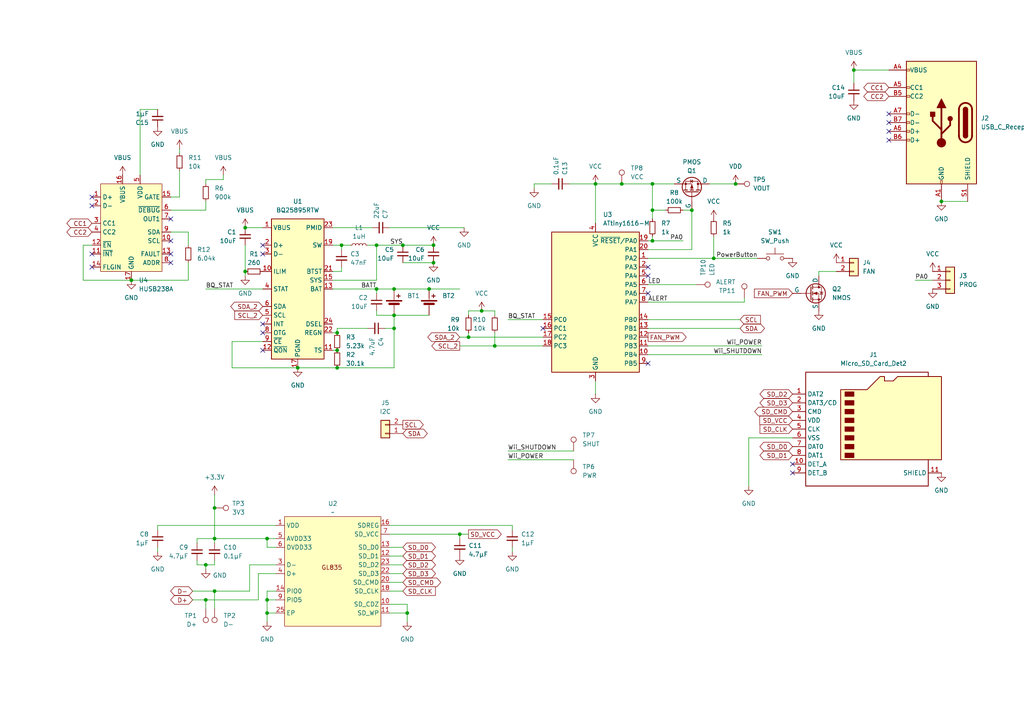
<source format=kicad_sch>
(kicad_sch (version 20250114) (generator "eeschema") (generator_version "9.0")
  (paper "A4")
  (junction (at 116.84 71.12))
  (junction (at 97.79 106.68))
  (junction (at 143.51 100.33))
  (junction (at 38.1 81.28))
  (junction (at 77.47 156.21))
  (junction (at 213.36 53.34))
  (junction (at 59.69 173.99))
  (junction (at 118.11 177.8))
  (junction (at 139.7 90.17))
  (junction (at 77.47 177.8))
  (junction (at 86.36 106.68))
  (junction (at 59.69 163.83))
  (junction (at 125.73 71.12))
  (junction (at 62.23 171.45))
  (junction (at 114.3 95.25))
  (junction (at 133.35 154.94))
  (junction (at 62.23 156.21))
  (junction (at 62.23 147.32))
  (junction (at 109.22 71.12))
  (junction (at 125.73 76.2))
  (junction (at 207.01 74.93))
  (junction (at 114.3 91.44))
  (junction (at 124.46 83.82))
  (junction (at 273.05 58.42))
  (junction (at 189.23 53.34))
  (junction (at 180.34 53.34))
  (junction (at 247.65 20.32))
  (junction (at 109.22 83.82))
  (junction (at 200.66 60.96))
  (junction (at 77.47 173.99))
  (junction (at 114.3 83.82))
  (junction (at 99.06 71.12))
  (junction (at 135.89 97.79))
  (junction (at 97.79 101.6))
  (junction (at 189.23 60.96))
  (junction (at 189.23 69.85))
  (junction (at 97.79 96.52))
  (junction (at 172.72 53.34))
  (junction (at 71.12 78.74))
  (junction (at 71.12 66.04))
  (no_connect (at 76.2 96.52))
  (no_connect (at 257.81 40.64))
  (no_connect (at 49.53 73.66))
  (no_connect (at 257.81 38.1))
  (no_connect (at 49.53 69.85))
  (no_connect (at 187.96 77.47))
  (no_connect (at 257.81 33.02))
  (no_connect (at 157.48 95.25))
  (no_connect (at 76.2 73.66))
  (no_connect (at 76.2 101.6))
  (no_connect (at 76.2 71.12))
  (no_connect (at 187.96 105.41))
  (no_connect (at 229.87 134.62))
  (no_connect (at 26.67 57.15))
  (no_connect (at 257.81 35.56))
  (no_connect (at 76.2 93.98))
  (no_connect (at 187.96 85.09))
  (no_connect (at 187.96 80.01))
  (no_connect (at 49.53 63.5))
  (no_connect (at 229.87 137.16))
  (no_connect (at 26.67 59.69))
  (no_connect (at 26.67 77.47))
  (no_connect (at 26.67 73.66))
  (no_connect (at 49.53 76.2))
  (wire (pts (xy 213.36 53.34) (xy 205.74 53.34)))
  (wire (pts (xy 116.84 171.45) (xy 113.03 171.45)))
  (wire (pts (xy 118.11 180.34) (xy 118.11 177.8)))
  (wire (pts (xy 207.01 74.93) (xy 219.71 74.93)))
  (wire (pts (xy 114.3 83.82) (xy 124.46 83.82)))
  (wire (pts (xy 154.94 54.61) (xy 154.94 53.34)))
  (wire (pts (xy 76.2 99.06) (xy 67.31 99.06)))
  (wire (pts (xy 187.96 69.85) (xy 189.23 69.85)))
  (wire (pts (xy 59.69 163.83) (xy 59.69 165.1)))
  (wire (pts (xy 59.69 58.42) (xy 59.69 60.96)))
  (wire (pts (xy 133.35 154.94) (xy 135.89 154.94)))
  (wire (pts (xy 74.93 166.37) (xy 80.01 166.37)))
  (wire (pts (xy 57.15 163.83) (xy 57.15 162.56)))
  (wire (pts (xy 55.88 171.45) (xy 62.23 171.45)))
  (wire (pts (xy 96.52 81.28) (xy 109.22 81.28)))
  (wire (pts (xy 143.51 90.17) (xy 143.51 91.44)))
  (wire (pts (xy 54.61 71.12) (xy 54.61 67.31)))
  (wire (pts (xy 86.36 106.68) (xy 97.79 106.68)))
  (wire (pts (xy 62.23 171.45) (xy 62.23 176.53)))
  (wire (pts (xy 62.23 157.48) (xy 62.23 156.21)))
  (wire (pts (xy 116.84 71.12) (xy 125.73 71.12)))
  (wire (pts (xy 187.96 95.25) (xy 214.63 95.25)))
  (wire (pts (xy 189.23 53.34) (xy 189.23 60.96)))
  (wire (pts (xy 139.7 90.17) (xy 143.51 90.17)))
  (wire (pts (xy 96.52 78.74) (xy 99.06 78.74)))
  (wire (pts (xy 62.23 162.56) (xy 62.23 163.83)))
  (wire (pts (xy 165.1 53.34) (xy 172.72 53.34)))
  (wire (pts (xy 80.01 177.8) (xy 77.47 177.8)))
  (wire (pts (xy 77.47 158.75) (xy 77.47 156.21)))
  (wire (pts (xy 215.9 87.63) (xy 215.9 86.36)))
  (wire (pts (xy 148.59 152.4) (xy 148.59 153.67)))
  (wire (pts (xy 24.13 81.28) (xy 38.1 81.28)))
  (wire (pts (xy 40.64 31.75) (xy 45.72 31.75)))
  (wire (pts (xy 147.32 92.71) (xy 157.48 92.71)))
  (wire (pts (xy 135.89 90.17) (xy 135.89 91.44)))
  (wire (pts (xy 189.23 69.85) (xy 198.12 69.85)))
  (wire (pts (xy 77.47 171.45) (xy 77.47 173.99)))
  (wire (pts (xy 118.11 175.26) (xy 113.03 175.26)))
  (wire (pts (xy 77.47 173.99) (xy 80.01 173.99)))
  (wire (pts (xy 215.9 87.63) (xy 187.96 87.63)))
  (wire (pts (xy 154.94 53.34) (xy 160.02 53.34)))
  (wire (pts (xy 64.77 52.07) (xy 59.69 52.07)))
  (wire (pts (xy 97.79 101.6) (xy 96.52 101.6)))
  (wire (pts (xy 97.79 95.25) (xy 97.79 96.52)))
  (wire (pts (xy 64.77 52.07) (xy 64.77 50.8)))
  (wire (pts (xy 99.06 71.12) (xy 96.52 71.12)))
  (wire (pts (xy 189.23 68.58) (xy 189.23 69.85)))
  (wire (pts (xy 106.68 95.25) (xy 97.79 95.25)))
  (wire (pts (xy 52.07 57.15) (xy 49.53 57.15)))
  (wire (pts (xy 80.01 171.45) (xy 77.47 171.45)))
  (wire (pts (xy 114.3 91.44) (xy 114.3 95.25)))
  (wire (pts (xy 71.12 66.04) (xy 76.2 66.04)))
  (wire (pts (xy 116.84 158.75) (xy 113.03 158.75)))
  (wire (pts (xy 200.66 60.96) (xy 200.66 72.39)))
  (wire (pts (xy 77.47 173.99) (xy 77.47 177.8)))
  (wire (pts (xy 99.06 78.74) (xy 99.06 77.47)))
  (wire (pts (xy 113.03 152.4) (xy 148.59 152.4)))
  (wire (pts (xy 229.87 127) (xy 217.17 127)))
  (wire (pts (xy 135.89 90.17) (xy 139.7 90.17)))
  (wire (pts (xy 114.3 91.44) (xy 124.46 91.44)))
  (wire (pts (xy 59.69 60.96) (xy 49.53 60.96)))
  (wire (pts (xy 62.23 147.32) (xy 62.23 156.21)))
  (wire (pts (xy 200.66 72.39) (xy 187.96 72.39)))
  (wire (pts (xy 59.69 173.99) (xy 59.69 176.53)))
  (wire (pts (xy 74.93 173.99) (xy 74.93 166.37)))
  (wire (pts (xy 198.12 60.96) (xy 200.66 60.96)))
  (wire (pts (xy 96.52 66.04) (xy 107.95 66.04)))
  (wire (pts (xy 109.22 90.17) (xy 109.22 91.44)))
  (wire (pts (xy 237.49 78.74) (xy 237.49 80.01)))
  (wire (pts (xy 265.43 81.28) (xy 270.51 81.28)))
  (wire (pts (xy 106.68 71.12) (xy 109.22 71.12)))
  (wire (pts (xy 57.15 157.48) (xy 57.15 156.21)))
  (wire (pts (xy 116.84 163.83) (xy 113.03 163.83)))
  (wire (pts (xy 77.47 177.8) (xy 77.47 180.34)))
  (wire (pts (xy 189.23 60.96) (xy 189.23 63.5)))
  (wire (pts (xy 247.65 20.32) (xy 257.81 20.32)))
  (wire (pts (xy 135.89 97.79) (xy 157.48 97.79)))
  (wire (pts (xy 114.3 95.25) (xy 114.3 106.68)))
  (wire (pts (xy 109.22 83.82) (xy 114.3 83.82)))
  (wire (pts (xy 67.31 106.68) (xy 86.36 106.68)))
  (wire (pts (xy 97.79 106.68) (xy 114.3 106.68)))
  (wire (pts (xy 113.03 154.94) (xy 133.35 154.94)))
  (wire (pts (xy 187.96 74.93) (xy 207.01 74.93)))
  (wire (pts (xy 187.96 100.33) (xy 220.98 100.33)))
  (wire (pts (xy 172.72 53.34) (xy 180.34 53.34)))
  (wire (pts (xy 111.76 95.25) (xy 114.3 95.25)))
  (wire (pts (xy 189.23 53.34) (xy 195.58 53.34)))
  (wire (pts (xy 116.84 168.91) (xy 113.03 168.91)))
  (wire (pts (xy 71.12 80.01) (xy 71.12 78.74)))
  (wire (pts (xy 67.31 99.06) (xy 67.31 106.68)))
  (wire (pts (xy 54.61 76.2) (xy 54.61 81.28)))
  (wire (pts (xy 114.3 91.44) (xy 109.22 91.44)))
  (wire (pts (xy 71.12 78.74) (xy 71.12 71.12)))
  (wire (pts (xy 24.13 71.12) (xy 24.13 81.28)))
  (wire (pts (xy 45.72 160.02) (xy 45.72 158.75)))
  (wire (pts (xy 116.84 166.37) (xy 113.03 166.37)))
  (wire (pts (xy 52.07 49.53) (xy 52.07 57.15)))
  (wire (pts (xy 133.35 100.33) (xy 143.51 100.33)))
  (wire (pts (xy 55.88 173.99) (xy 59.69 173.99)))
  (wire (pts (xy 45.72 153.67) (xy 45.72 152.4)))
  (wire (pts (xy 72.39 171.45) (xy 72.39 163.83)))
  (wire (pts (xy 38.1 81.28) (xy 54.61 81.28)))
  (wire (pts (xy 62.23 163.83) (xy 59.69 163.83)))
  (wire (pts (xy 109.22 71.12) (xy 116.84 71.12)))
  (wire (pts (xy 187.96 82.55) (xy 201.93 82.55)))
  (wire (pts (xy 59.69 173.99) (xy 74.93 173.99)))
  (wire (pts (xy 113.03 177.8) (xy 118.11 177.8)))
  (wire (pts (xy 143.51 100.33) (xy 157.48 100.33)))
  (wire (pts (xy 62.23 143.51) (xy 62.23 147.32)))
  (wire (pts (xy 99.06 72.39) (xy 99.06 71.12)))
  (wire (pts (xy 45.72 152.4) (xy 80.01 152.4)))
  (wire (pts (xy 124.46 83.82) (xy 133.35 83.82)))
  (wire (pts (xy 109.22 85.09) (xy 109.22 83.82)))
  (wire (pts (xy 242.57 78.74) (xy 237.49 78.74)))
  (wire (pts (xy 62.23 156.21) (xy 77.47 156.21)))
  (wire (pts (xy 26.67 71.12) (xy 24.13 71.12)))
  (wire (pts (xy 247.65 24.13) (xy 247.65 20.32)))
  (wire (pts (xy 217.17 127) (xy 217.17 140.97)))
  (wire (pts (xy 59.69 83.82) (xy 76.2 83.82)))
  (wire (pts (xy 134.62 66.04) (xy 113.03 66.04)))
  (wire (pts (xy 101.6 71.12) (xy 99.06 71.12)))
  (wire (pts (xy 172.72 110.49) (xy 172.72 114.3)))
  (wire (pts (xy 80.01 158.75) (xy 77.47 158.75)))
  (wire (pts (xy 133.35 154.94) (xy 133.35 156.21)))
  (wire (pts (xy 40.64 31.75) (xy 40.64 50.8)))
  (wire (pts (xy 116.84 76.2) (xy 125.73 76.2)))
  (wire (pts (xy 57.15 156.21) (xy 62.23 156.21)))
  (wire (pts (xy 72.39 163.83) (xy 80.01 163.83)))
  (wire (pts (xy 133.35 97.79) (xy 135.89 97.79)))
  (wire (pts (xy 96.52 83.82) (xy 109.22 83.82)))
  (wire (pts (xy 77.47 156.21) (xy 80.01 156.21)))
  (wire (pts (xy 143.51 96.52) (xy 143.51 100.33)))
  (wire (pts (xy 273.05 58.42) (xy 280.67 58.42)))
  (wire (pts (xy 180.34 53.34) (xy 189.23 53.34)))
  (wire (pts (xy 189.23 60.96) (xy 193.04 60.96)))
  (wire (pts (xy 118.11 177.8) (xy 118.11 175.26)))
  (wire (pts (xy 166.37 133.35) (xy 147.32 133.35)))
  (wire (pts (xy 207.01 68.58) (xy 207.01 74.93)))
  (wire (pts (xy 62.23 171.45) (xy 72.39 171.45)))
  (wire (pts (xy 187.96 102.87) (xy 220.98 102.87)))
  (wire (pts (xy 116.84 161.29) (xy 113.03 161.29)))
  (wire (pts (xy 59.69 163.83) (xy 57.15 163.83)))
  (wire (pts (xy 109.22 71.12) (xy 109.22 81.28)))
  (wire (pts (xy 166.37 130.81) (xy 147.32 130.81)))
  (wire (pts (xy 172.72 53.34) (xy 172.72 64.77)))
  (wire (pts (xy 97.79 96.52) (xy 96.52 96.52)))
  (wire (pts (xy 52.07 43.18) (xy 52.07 44.45)))
  (wire (pts (xy 148.59 160.02) (xy 148.59 158.75)))
  (wire (pts (xy 135.89 96.52) (xy 135.89 97.79)))
  (wire (pts (xy 54.61 67.31) (xy 49.53 67.31)))
  (wire (pts (xy 187.96 92.71) (xy 214.63 92.71)))
  (wire (pts (xy 59.69 52.07) (xy 59.69 53.34)))
  (label "LED" (at 187.96 82.55 0))
  (label "BQ_STAT" (at 59.69 83.82 0))
  (label "BQ_STAT" (at 147.32 92.71 0))
  (label "ALERT" (at 187.96 87.63 0))
  (label "PA0" (at 198.12 69.85 180))
  (label "Wii_SHUTDOWN" (at 147.32 130.81 0))
  (label "Wii_SHUTDOWN" (at 220.98 102.87 180))
  (label "Wii_POWER" (at 147.32 133.35 0))
  (label "Wii_POWER" (at 220.98 100.33 180))
  (label "PA0" (at 265.43 81.28 0))
  (label "SYS" (at 116.84 71.12 180))
  (label "PowerButton" (at 219.71 74.93 180))
  (label "BATT" (at 109.22 83.82 180))
  (global_label "SD_CMD" (shape bidirectional) (at 116.84 168.91 0) (property "Intersheetrefs" "${INTERSHEET_REFS}" (effects (hide yes))))
  (global_label "CC1" (shape bidirectional) (at 26.67 64.77 180) (property "Intersheetrefs" "${INTERSHEET_REFS}" (effects (hide yes))))
  (global_label "SD_D3" (shape bidirectional) (at 229.87 116.84 180) (property "Intersheetrefs" "${INTERSHEET_REFS}" (effects (hide yes))))
  (global_label "SCL" (shape output) (at 116.84 123.19 0) (property "Intersheetrefs" "${INTERSHEET_REFS}" (effects (hide yes))))
  (global_label "SD_D1" (shape bidirectional) (at 116.84 161.29 0) (property "Intersheetrefs" "${INTERSHEET_REFS}" (effects (hide yes))))
  (global_label "SD_D2" (shape bidirectional) (at 116.84 163.83 0) (property "Intersheetrefs" "${INTERSHEET_REFS}" (effects (hide yes))))
  (global_label "SD_CLK" (shape input) (at 229.87 124.46 180) (property "Intersheetrefs" "${INTERSHEET_REFS}" (effects (hide yes))))
  (global_label "SD_CLK" (shape input) (at 116.84 171.45 0) (property "Intersheetrefs" "${INTERSHEET_REFS}" (effects (hide yes))))
  (global_label "CC1" (shape bidirectional) (at 257.81 25.4 180) (property "Intersheetrefs" "${INTERSHEET_REFS}" (effects (hide yes))))
  (global_label "SD_D2" (shape bidirectional) (at 229.87 114.3 180) (property "Intersheetrefs" "${INTERSHEET_REFS}" (effects (hide yes))))
  (global_label "SD_D3" (shape bidirectional) (at 116.84 166.37 0) (property "Intersheetrefs" "${INTERSHEET_REFS}" (effects (hide yes))))
  (global_label "SDA_2" (shape bidirectional) (at 133.35 97.79 180) (property "Intersheetrefs" "${INTERSHEET_REFS}" (effects (hide yes))))
  (global_label "CC2" (shape bidirectional) (at 257.81 27.94 180) (property "Intersheetrefs" "${INTERSHEET_REFS}" (effects (hide yes))))
  (global_label "SCL_2" (shape output) (at 133.35 100.33 180) (property "Intersheetrefs" "${INTERSHEET_REFS}" (effects (hide yes))))
  (global_label "SD_VCC" (shape input) (at 229.87 121.92 180) (property "Intersheetrefs" "${INTERSHEET_REFS}" (effects (hide yes))))
  (global_label "FAN_PWM" (shape output) (at 187.96 97.79 0) (property "Intersheetrefs" "${INTERSHEET_REFS}" (effects (hide yes))))
  (global_label "SD_D0" (shape bidirectional) (at 116.84 158.75 0) (property "Intersheetrefs" "${INTERSHEET_REFS}" (effects (hide yes))))
  (global_label "SD_CMD" (shape bidirectional) (at 229.87 119.38 180) (property "Intersheetrefs" "${INTERSHEET_REFS}" (effects (hide yes))))
  (global_label "SCL" (shape input) (at 214.63 92.71 0) (property "Intersheetrefs" "${INTERSHEET_REFS}" (effects (hide yes))))
  (global_label "SDA_2" (shape bidirectional) (at 76.2 88.9 180) (property "Intersheetrefs" "${INTERSHEET_REFS}" (effects (hide yes))))
  (global_label "SD_VCC" (shape output) (at 135.89 154.94 0) (property "Intersheetrefs" "${INTERSHEET_REFS}" (effects (hide yes))))
  (global_label "SD_D1" (shape bidirectional) (at 229.87 132.08 180) (property "Intersheetrefs" "${INTERSHEET_REFS}" (effects (hide yes))))
  (global_label "D-" (shape bidirectional) (at 55.88 171.45 180) (property "Intersheetrefs" "${INTERSHEET_REFS}" (effects (hide yes))))
  (global_label "D+" (shape bidirectional) (at 55.88 173.99 180) (property "Intersheetrefs" "${INTERSHEET_REFS}" (effects (hide yes))))
  (global_label "CC2" (shape bidirectional) (at 26.67 67.31 180) (property "Intersheetrefs" "${INTERSHEET_REFS}" (effects (hide yes))))
  (global_label "FAN_PWM" (shape input) (at 229.87 85.09 180) (property "Intersheetrefs" "${INTERSHEET_REFS}" (effects (hide yes))))
  (global_label "SCL_2" (shape input) (at 76.2 91.44 180) (property "Intersheetrefs" "${INTERSHEET_REFS}" (effects (hide yes))))
  (global_label "SDA" (shape bidirectional) (at 214.63 95.25 0) (property "Intersheetrefs" "${INTERSHEET_REFS}" (effects (hide yes))))
  (global_label "SDA" (shape bidirectional) (at 116.84 125.73 0) (property "Intersheetrefs" "${INTERSHEET_REFS}" (effects (hide yes))))
  (global_label "SD_D0" (shape bidirectional) (at 229.87 129.54 180) (property "Intersheetrefs" "${INTERSHEET_REFS}" (effects (hide yes))))
  (symbol (lib_id "Connector_Generic:Conn_01x02") (at 247.65 76.2 0) (unit 1)
    (property "Reference" "J4" (at 250.19 76.1999 0) (effects (justify left)))
    (property "Value" "FAN" (at 250.19 78.7399 0) (effects (justify left)))
    (property "Footprint" "Connector_PinSocket_1.00mm:PinSocket_1x02_P1.00mm_Vertical" (effects (hide yes)))
    (property "Description" "Generic connector, single row, 01x02, script generated (kicad-library-utils/schlib/autogen/connector/)" (effects (hide yes)))
  )
  (symbol (lib_id "power:VBUS") (at 52.07 43.18 0) (unit 1)
    (property "Reference" "#PWR032" (effects (hide yes)))
    (property "Value" "VBUS" (at 52.07 38.1 0))
    (property "Description" "Power symbol creates a global label with name \"VBUS\"" (effects (hide yes)))
  )
  (symbol (lib_id "power:GND") (at 45.72 160.02 0) (unit 1)
    (property "Reference" "#PWR010" (effects (hide yes)))
    (property "Value" "GND" (at 45.72 165.1 0))
    (property "Description" "Power symbol creates a global label with name \"GND\" , ground" (effects (hide yes)))
  )
  (symbol (lib_id "Device:R_Small") (at 189.23 66.04 180) (unit 1)
    (property "Reference" "R7" (at 191.77 64.7699 0) (effects (justify right)))
    (property "Value" "1k" (at 191.77 67.3099 0) (effects (justify right)))
    (property "Footprint" "Resistor_SMD:R_0402_1005Metric" (effects (hide yes)))
    (property "Description" "Resistor, small symbol" (effects (hide yes)))
  )
  (symbol (lib_id "power:GND") (at 172.72 114.3 0) (unit 1)
    (property "Reference" "#PWR018" (effects (hide yes)))
    (property "Value" "GND" (at 172.72 119.38 0))
    (property "Description" "Power symbol creates a global label with name \"GND\" , ground" (effects (hide yes)))
  )
  (symbol (lib_id "Connector:TestPoint") (at 201.93 82.55 270) (unit 1)
    (property "Reference" "TP10" (at 203.9619 80.01 0) (effects (justify right)))
    (property "Value" "LED" (at 206.5019 80.01 0) (effects (justify right)))
    (property "Footprint" "Stormbreaker:TestPoint_Pad_D0.75mm_Small" (effects (hide yes)))
    (property "Description" "test point" (effects (hide yes)))
  )
  (symbol (lib_name "GND_1") (lib_id "power:GND") (at 45.72 36.83 0) (unit 1)
    (property "Reference" "#PWR034" (effects (hide yes)))
    (property "Value" "GND" (at 45.72 41.91 0))
    (property "Description" "Power symbol creates a global label with name \"GND\" , ground" (effects (hide yes)))
  )
  (symbol (lib_id "Stormbreaker:HUSB238A") (at 38.1 66.04 0) (unit 1)
    (property "Reference" "U4" (at 40.2433 81.28 0) (effects (justify left)))
    (property "Value" "HUSB238A" (at 40.2433 83.82 0) (effects (justify left)))
    (property "Footprint" "Package_DFN_QFN:QFN-16-1EP_3x3mm_P0.5mm_EP1.7x1.7mm_ThermalVias" (effects (hide yes)))
    (property "Datasheet" "https://www.hynetek.com/uploadfiles/site/219/news/ebc04ecb-03e3-4e21-bf36-24dd12fb4448.pdf" (effects (hide yes)))
  )
  (symbol (lib_id "Device:C_Small") (at 45.72 156.21 0) (mirror y) (unit 1)
    (property "Reference" "C8" (at 43.18 154.9462 0) (effects (justify left)))
    (property "Value" "1μF" (at 43.18 157.4862 0) (effects (justify left)))
    (property "Footprint" "Capacitor_SMD:C_0603_1608Metric" (effects (hide yes)))
    (property "Description" "Unpolarized capacitor, small symbol" (effects (hide yes)))
  )
  (symbol (lib_id "power:VCC") (at 172.72 53.34 0) (unit 1)
    (property "Reference" "#PWR09" (effects (hide yes)))
    (property "Value" "VCC" (at 172.72 48.26 0))
    (property "Description" "Power symbol creates a global label with name \"VCC\"" (effects (hide yes)))
  )
  (symbol (lib_id "power:GND") (at 247.65 29.21 0) (unit 1)
    (property "Reference" "#PWR024" (effects (hide yes)))
    (property "Value" "GND" (at 247.65 34.29 0))
    (property "Description" "Power symbol creates a global label with name \"GND\" , ground" (effects (hide yes)))
  )
  (symbol (lib_id "power:VCC") (at 242.57 76.2 0) (unit 1)
    (property "Reference" "#PWR029" (effects (hide yes)))
    (property "Value" "VCC" (at 242.57 71.12 0))
    (property "Description" "Power symbol creates a global label with name \"VCC\"" (effects (hide yes)))
  )
  (symbol (lib_id "Device:Battery_Cell") (at 114.3 88.9 0) (unit 1)
    (property "Reference" "BT1" (at 118.11 85.7884 0) (effects (justify left)))
    (property "Value" "Battery_Cell" (effects (hide yes)))
    (property "Footprint" "Connector_PinSocket_1.27mm:PinSocket_1x02_P1.27mm_Vertical" (effects (hide yes)))
    (property "Description" "Single-cell battery" (effects (hide yes)))
  )
  (symbol (lib_id "power:GND") (at 125.73 76.2 0) (unit 1)
    (property "Reference" "#PWR04" (effects (hide yes)))
    (property "Value" "GND" (at 125.73 81.28 0))
    (property "Description" "Power symbol creates a global label with name \"GND\" , ground" (effects (hide yes)))
  )
  (symbol (lib_id "Device:C_Small") (at 62.23 160.02 0) (unit 1)
    (property "Reference" "C10" (at 64.77 158.7562 0) (effects (justify left)))
    (property "Value" "0.1μF" (at 64.77 161.2962 0) (effects (justify left)))
    (property "Footprint" "Capacitor_SMD:C_0603_1608Metric" (effects (hide yes)))
    (property "Description" "Unpolarized capacitor, small symbol" (effects (hide yes)))
  )
  (symbol (lib_id "power:VCC") (at 139.7 90.17 0) (unit 1)
    (property "Reference" "#PWR023" (effects (hide yes)))
    (property "Value" "VCC" (at 139.7 85.09 0))
    (property "Description" "Power symbol creates a global label with name \"VCC\"" (effects (hide yes)))
  )
  (symbol (lib_id "Connector_Generic:Conn_01x03") (at 275.59 81.28 0) (unit 1)
    (property "Reference" "J3" (at 278.13 80.0099 0) (effects (justify left)))
    (property "Value" "PROG" (at 278.13 82.5499 0) (effects (justify left)))
    (property "Footprint" "Connector_PinSocket_1.00mm:PinSocket_1x03_P1.00mm_Vertical" (effects (hide yes)))
    (property "Description" "Generic connector, single row, 01x03, script generated (kicad-library-utils/schlib/autogen/connector/)" (effects (hide yes)))
  )
  (symbol (lib_id "power:GND") (at 148.59 160.02 0) (mirror y) (unit 1)
    (property "Reference" "#PWR016" (effects (hide yes)))
    (property "Value" "GND" (at 148.59 165.1 0))
    (property "Description" "Power symbol creates a global label with name \"GND\" , ground" (effects (hide yes)))
  )
  (symbol (lib_id "Connector:TestPoint") (at 166.37 130.81 0) (unit 1)
    (property "Reference" "TP7" (at 168.91 126.2379 0) (effects (justify left)))
    (property "Value" "SHUT" (at 168.91 128.7779 0) (effects (justify left)))
    (property "Footprint" "Stormbreaker:TestPoint_Pad_D1.0mm_Small" (effects (hide yes)))
    (property "Description" "test point" (effects (hide yes)))
  )
  (symbol (lib_name "PMOS_1") (lib_id "Simulation_SPICE:PMOS") (at 200.66 55.88 270) (mirror x) (unit 1)
    (property "Reference" "Q1" (at 200.66 49.53 90))
    (property "Value" "PMOS" (at 200.66 46.99 90))
    (property "Footprint" "Package_SO:Vishay_PowerPAK_1212-8_Single" (effects (hide yes)))
    (property "Datasheet" "https://ngspice.sourceforge.io/docs/ngspice-html-manual/manual.xhtml#cha_MOSFETs" (effects (hide yes)))
    (property "Description" "P-MOSFET transistor, drain/source/gate" (effects (hide yes)))
    (property "Sim.Device" "PMOS" (effects (hide yes)))
    (property "Sim.Type" "VDMOS" (effects (hide yes)))
    (property "Sim.Pins" "1=D 2=G 3=S" (effects (hide yes)))
    (property "Mouser" "au.mouser.com/ProductDetail/Vishay-Semiconductors/SISS61DN-T1-GE3?qs=ds50AKTGxA%252BpPj0f63sGWw%3D%3D" (effects (hide yes)))
  )
  (symbol (lib_id "Device:C_Small") (at 148.59 156.21 0) (unit 1)
    (property "Reference" "C12" (at 151.13 154.9462 0) (effects (justify left)))
    (property "Value" "1μF" (at 151.13 157.4862 0) (effects (justify left)))
    (property "Footprint" "Capacitor_SMD:C_0603_1608Metric" (effects (hide yes)))
    (property "Description" "Unpolarized capacitor, small symbol" (effects (hide yes)))
  )
  (symbol (lib_id "power:GND") (at 270.51 83.82 0) (unit 1)
    (property "Reference" "#PWR025" (effects (hide yes)))
    (property "Value" "GND" (at 270.51 88.9 0))
    (property "Description" "Power symbol creates a global label with name \"GND\" , ground" (effects (hide yes)))
  )
  (symbol (lib_id "Switch:SW_Push") (at 224.79 74.93 0) (unit 1)
    (property "Reference" "SW1" (at 224.79 67.31 0))
    (property "Value" "SW_Push" (at 224.79 69.85 0))
    (property "Footprint" "Button_Switch_SMD:Panasonic_EVQPUK_EVQPUB" (effects (hide yes)))
    (property "Description" "Push button switch, generic, two pins" (effects (hide yes)))
    (property "Mouser" "https://au.mouser.com/ProductDetail/Panasonic/EVQ-P4KB3Q?qs=0aNVN3t2tDvGc%252BviO4RgAQ%3D%3D" (effects (hide yes)))
  )
  (symbol (lib_id "power:+3.3V") (at 62.23 143.51 0) (unit 1)
    (property "Reference" "#PWR012" (effects (hide yes)))
    (property "Value" "+3.3V" (at 62.23 138.43 0))
    (property "Description" "Power symbol creates a global label with name \"+3.3V\"" (effects (hide yes)))
  )
  (symbol (lib_id "Device:R_Small") (at 97.79 104.14 180) (unit 1)
    (property "Reference" "R2" (at 100.33 102.8699 0) (effects (justify right)))
    (property "Value" "30.1k" (at 100.33 105.4099 0) (effects (justify right)))
    (property "Footprint" "Resistor_SMD:R_0402_1005Metric" (effects (hide yes)))
    (property "Description" "Resistor, small symbol" (effects (hide yes)))
  )
  (symbol (lib_id "power:GND") (at 71.12 80.01 0) (unit 1)
    (property "Reference" "#PWR02" (effects (hide yes)))
    (property "Value" "GND" (at 71.12 85.09 0))
    (property "Description" "Power symbol creates a global label with name \"GND\" , ground" (effects (hide yes)))
  )
  (symbol (lib_id "power:GND") (at 217.17 140.97 0) (unit 1)
    (property "Reference" "#PWR07" (effects (hide yes)))
    (property "Value" "GND" (at 217.17 146.05 0))
    (property "Description" "Power symbol creates a global label with name \"GND\" , ground" (effects (hide yes)))
  )
  (symbol (lib_id "Connector:TestPoint") (at 180.34 53.34 0) (unit 1)
    (property "Reference" "TP8" (at 182.88 48.7679 0) (effects (justify left)))
    (property "Value" "VCC" (at 182.88 51.3079 0) (effects (justify left)))
    (property "Footprint" "TestPoint:TestPoint_Pad_D2.0mm" (effects (hide yes)))
    (property "Description" "test point" (effects (hide yes)))
  )
  (symbol (lib_id "Battery_Management:BQ25895RTW") (at 86.36 83.82 0) (unit 1)
    (property "Reference" "U1" (at 86.36 58.42 0))
    (property "Value" "BQ25895RTW" (at 86.36 60.96 0))
    (property "Footprint" "Package_DFN_QFN:Texas_RTW_WQFN-24-1EP_4x4mm_P0.5mm_EP2.7x2.7mm_ThermalVias" (effects (hide yes)))
    (property "Datasheet" "http://www.ti.com/lit/ds/symlink/bq25895.pdf" (effects (hide yes)))
    (property "Description" "Controlled Single Cell 5A Fast Charger with MaxCharge, WQFN-24" (effects (hide yes)))
  )
  (symbol (lib_id "MCU_Microchip_ATtiny:ATtiny1616-M") (at 172.72 87.63 0) (unit 1)
    (property "Reference" "U3" (at 174.8633 62.23 0) (effects (justify left)))
    (property "Value" "ATtiny1616-M" (at 174.8633 64.77 0) (effects (justify left)))
    (property "Footprint" "Package_DFN_QFN:VQFN-20-1EP_3x3mm_P0.4mm_EP1.7x1.7mm" (effects (hide yes)))
    (property "Datasheet" "http://ww1.microchip.com/downloads/en/DeviceDoc/ATtiny3216_ATtiny1616-data-sheet-40001997B.pdf" (effects (hide yes)))
    (property "Description" "20MHz, 16kB Flash, 2kB SRAM, 256B EEPROM, VQFN-20" (effects (hide yes)))
  )
  (symbol (lib_id "power:GND") (at 134.62 66.04 0) (unit 1)
    (property "Reference" "#PWR08" (effects (hide yes)))
    (property "Value" "GND" (at 134.62 71.12 0))
    (property "Description" "Power symbol creates a global label with name \"GND\" , ground" (effects (hide yes)))
  )
  (symbol (lib_id "Connector:TestPoint") (at 213.36 53.34 270) (unit 1)
    (property "Reference" "TP5" (at 218.44 52.0699 90) (effects (justify left)))
    (property "Value" "VOUT" (at 218.44 54.6099 90) (effects (justify left)))
    (property "Footprint" "TestPoint:TestPoint_Pad_D2.0mm" (effects (hide yes)))
    (property "Description" "test point" (effects (hide yes)))
  )
  (symbol (lib_id "power:GND") (at 273.05 137.16 0) (unit 1)
    (property "Reference" "#PWR06" (effects (hide yes)))
    (property "Value" "GND" (at 273.05 142.24 0))
    (property "Description" "Power symbol creates a global label with name \"GND\" , ground" (effects (hide yes)))
  )
  (symbol (lib_id "Device:C_Small") (at 109.22 95.25 270) (unit 1)
    (property "Reference" "C4" (at 110.4838 97.79 0) (effects (justify left)))
    (property "Value" "4.7uF" (at 107.9438 97.79 0) (effects (justify left)))
    (property "Footprint" "Capacitor_SMD:C_0402_1005Metric" (effects (hide yes)))
    (property "Description" "Unpolarized capacitor, small symbol" (effects (hide yes)))
  )
  (symbol (lib_id "Device:C_Small") (at 71.12 68.58 0) (mirror y) (unit 1)
    (property "Reference" "C1" (at 68.58 67.3162 0) (effects (justify left)))
    (property "Value" "10uF" (at 68.58 69.8562 0) (effects (justify left)))
    (property "Footprint" "Capacitor_SMD:C_0603_1608Metric" (effects (hide yes)))
    (property "Description" "Unpolarized capacitor, small symbol" (effects (hide yes)))
  )
  (symbol (lib_id "Device:R_Small") (at 54.61 73.66 0) (unit 1)
    (property "Reference" "R12" (at 57.15 72.3899 0) (effects (justify left)))
    (property "Value" "6.04k" (at 57.15 74.9299 0) (effects (justify left)))
    (property "Footprint" "Resistor_SMD:R_0402_1005Metric" (effects (hide yes)))
    (property "Description" "Resistor, small symbol" (effects (hide yes)))
  )
  (symbol (lib_id "Device:C_Small") (at 57.15 160.02 0) (mirror y) (unit 1)
    (property "Reference" "C9" (at 54.61 158.7562 0) (effects (justify left)))
    (property "Value" "4.7μF" (at 54.61 161.2962 0) (effects (justify left)))
    (property "Footprint" "Capacitor_SMD:C_0603_1608Metric" (effects (hide yes)))
    (property "Description" "Unpolarized capacitor, small symbol" (effects (hide yes)))
  )
  (symbol (lib_id "power:GND") (at 273.05 58.42 0) (unit 1)
    (property "Reference" "#PWR021" (effects (hide yes)))
    (property "Value" "GND" (at 273.05 63.5 0))
    (property "Description" "Power symbol creates a global label with name \"GND\" , ground" (effects (hide yes)))
  )
  (symbol (lib_id "Simulation_SPICE:NMOS") (at 234.95 85.09 0) (unit 1)
    (property "Reference" "Q2" (at 241.3 83.8199 0) (effects (justify left)))
    (property "Value" "NMOS" (at 241.3 86.3599 0) (effects (justify left)))
    (property "Footprint" "Package_TO_SOT_SMD:SOT-23-3" (effects (hide yes)))
    (property "Datasheet" "https://ngspice.sourceforge.io/docs/ngspice-html-manual/manual.xhtml#cha_MOSFETs" (effects (hide yes)))
    (property "Description" "N-MOSFET transistor, drain/source/gate" (effects (hide yes)))
    (property "Sim.Device" "NMOS" (effects (hide yes)))
    (property "Sim.Type" "VDMOS" (effects (hide yes)))
    (property "Sim.Pins" "1=D 2=G 3=S" (effects (hide yes)))
    (property "Mouser" "https://au.mouser.com/ProductDetail/Diodes-Incorporated/DMN2310U-7?qs=xZ%2FP%252Ba9zWqY%252BAdKLxIytvQ%3D%3D" (effects (hide yes)))
  )
  (symbol (lib_id "Connector:TestPoint") (at 166.37 133.35 180) (unit 1)
    (property "Reference" "TP6" (at 168.91 135.3819 0) (effects (justify right)))
    (property "Value" "PWR" (at 168.91 137.9219 0) (effects (justify right)))
    (property "Footprint" "Stormbreaker:TestPoint_Pad_D1.0mm_Small" (effects (hide yes)))
    (property "Description" "test point" (effects (hide yes)))
  )
  (symbol (lib_id "power:VBUS") (at 35.56 50.8 0) (unit 1)
    (property "Reference" "#PWR031" (effects (hide yes)))
    (property "Value" "VBUS" (at 35.56 45.72 0))
    (property "Description" "Power symbol creates a global label with name \"VBUS\"" (effects (hide yes)))
  )
  (symbol (lib_id "Connector:TestPoint") (at 62.23 176.53 180) (unit 1)
    (property "Reference" "TP2" (at 64.77 178.5619 0) (effects (justify right)))
    (property "Value" "D-" (at 64.77 181.1019 0) (effects (justify right)))
    (property "Footprint" "Stormbreaker:TestPoint_Pad_D1.0mm_Small" (effects (hide yes)))
    (property "Description" "test point" (effects (hide yes)))
  )
  (symbol (lib_id "Device:C_Small") (at 45.72 34.29 180) (unit 1)
    (property "Reference" "C15" (at 43.18 35.5538 0) (effects (justify left)))
    (property "Value" "1μF" (at 43.18 33.0138 0) (effects (justify left)))
    (property "Footprint" "Capacitor_SMD:C_0603_1608Metric" (effects (hide yes)))
    (property "Description" "Unpolarized capacitor, small symbol" (effects (hide yes)))
  )
  (symbol (lib_id "power:GND") (at 237.49 90.17 0) (unit 1)
    (property "Reference" "#PWR028" (effects (hide yes)))
    (property "Value" "GND" (at 237.49 95.25 0))
    (property "Description" "Power symbol creates a global label with name \"GND\" , ground" (effects (hide yes)))
  )
  (symbol (lib_id "power:GND") (at 229.87 74.93 0) (unit 1)
    (property "Reference" "#PWR020" (effects (hide yes)))
    (property "Value" "GND" (at 229.87 80.01 0))
    (property "Description" "Power symbol creates a global label with name \"GND\" , ground" (effects (hide yes)))
  )
  (symbol (lib_id "Connector:TestPoint") (at 62.23 147.32 270) (unit 1)
    (property "Reference" "TP3" (at 67.31 146.0499 90) (effects (justify left)))
    (property "Value" "3V3" (at 67.31 148.5899 90) (effects (justify left)))
    (property "Footprint" "TestPoint:TestPoint_Pad_D1.5mm" (effects (hide yes)))
    (property "Description" "test point" (effects (hide yes)))
  )
  (symbol (lib_id "Connector:Micro_SD_Card_Det2") (at 252.73 124.46 0) (unit 1)
    (property "Reference" "J1" (at 253.365 102.87 0))
    (property "Value" "Micro_SD_Card_Det2" (at 253.365 105.41 0))
    (property "Footprint" "Connector_Card:microSD_HC_Hirose_DM3D-SF" (effects (hide yes)))
    (property "Datasheet" "https://www.hirose.com/en/product/document?clcode=&productname=&series=DM3&documenttype=Catalog&lang=en&documentid=D49662_en" (effects (hide yes)))
    (property "Description" "Micro SD Card Socket with two card detection pins" (effects (hide yes)))
    (property "Model" "DM3D-SF(41)" (effects (hide yes)))
  )
  (symbol (lib_id "Device:R_Small") (at 59.69 55.88 0) (unit 1)
    (property "Reference" "R6" (at 62.23 54.6099 0) (effects (justify left)))
    (property "Value" "900k" (at 62.23 57.1499 0) (effects (justify left)))
    (property "Footprint" "Resistor_SMD:R_0402_1005Metric" (effects (hide yes)))
    (property "Description" "Resistor, small symbol" (effects (hide yes)))
  )
  (symbol (lib_id "power:VBUS") (at 64.77 50.8 0) (unit 1)
    (property "Reference" "#PWR035" (effects (hide yes)))
    (property "Value" "VBUS" (at 64.77 45.72 0))
    (property "Description" "Power symbol creates a global label with name \"VBUS\"" (effects (hide yes)))
  )
  (symbol (lib_id "power:GND") (at 154.94 54.61 0) (unit 1)
    (property "Reference" "#PWR022" (effects (hide yes)))
    (property "Value" "GND" (at 154.94 59.69 0))
    (property "Description" "Power symbol creates a global label with name \"GND\" , ground" (effects (hide yes)))
  )
  (symbol (lib_id "power:VCC") (at 125.73 71.12 0) (unit 1)
    (property "Reference" "#PWR05" (effects (hide yes)))
    (property "Value" "VCC" (at 125.73 66.04 0))
    (property "Description" "Power symbol creates a global label with name \"VCC\"" (effects (hide yes)))
  )
  (symbol (lib_id "Connector:TestPoint") (at 215.9 86.36 0) (unit 1)
    (property "Reference" "TP11" (at 213.36 84.3281 0) (effects (justify right)))
    (property "Value" "ALERT" (at 213.36 81.7881 0) (effects (justify right)))
    (property "Footprint" "Stormbreaker:TestPoint_Pad_D0.75mm_Small" (effects (hide yes)))
    (property "Description" "test point" (effects (hide yes)))
  )
  (symbol (lib_id "power:GND") (at 59.69 165.1 0) (unit 1)
    (property "Reference" "#PWR011" (effects (hide yes)))
    (property "Value" "GND" (at 63.754 166.878 0))
    (property "Description" "Power symbol creates a global label with name \"GND\" , ground" (effects (hide yes)))
  )
  (symbol (lib_id "power:GND") (at 77.47 180.34 0) (unit 1)
    (property "Reference" "#PWR013" (effects (hide yes)))
    (property "Value" "GND" (at 77.47 185.42 0))
    (property "Description" "Power symbol creates a global label with name \"GND\" , ground" (effects (hide yes)))
  )
  (symbol (lib_id "power:VBUS") (at 247.65 20.32 0) (unit 1)
    (property "Reference" "#PWR033" (effects (hide yes)))
    (property "Value" "VBUS" (at 247.65 15.24 0))
    (property "Description" "Power symbol creates a global label with name \"VBUS\"" (effects (hide yes)))
  )
  (symbol (lib_id "Device:C_Small") (at 125.73 73.66 0) (mirror y) (unit 1)
    (property "Reference" "C6" (at 123.19 72.3962 0) (effects (justify left)))
    (property "Value" "10uF" (at 123.19 74.9362 0) (effects (justify left)))
    (property "Footprint" "Capacitor_SMD:C_0603_1608Metric" (effects (hide yes)))
    (property "Description" "Unpolarized capacitor, small symbol" (effects (hide yes)))
  )
  (symbol (lib_id "Device:R_Small") (at 207.01 66.04 180) (unit 1)
    (property "Reference" "R5" (at 209.55 64.7699 0) (effects (justify right)))
    (property "Value" "1k" (at 209.55 67.3099 0) (effects (justify right)))
    (property "Footprint" "Resistor_SMD:R_0603_1608Metric" (effects (hide yes)))
    (property "Description" "Resistor, small symbol" (effects (hide yes)))
  )
  (symbol (lib_id "Device:L_Small") (at 104.14 71.12 90) (unit 1)
    (property "Reference" "L1" (at 104.14 66.04 90))
    (property "Value" "1uH" (at 104.14 68.58 90))
    (property "Footprint" "Inductor_SMD:L_Taiyo-Yuden_MD-3030" (effects (hide yes)))
    (property "Description" "Inductor, small symbol" (effects (hide yes)))
    (property "MouserOld" "https://au.mouser.com/ProductDetail/Vishay-Dale/IHLP2020CZER2R2M8A?qs=sGAEpiMZZMv126LJFLh8y6Xt5bZaT3kdfsVdzYQA1S4%3D" (effects (hide yes)))
    (property "Mouser" "https://au.mouser.com/ProductDetail/Wurth-Elektronik/78438335010HT?qs=a2MtRaTmNOTcep%252BBU0028Q%3D%3D" (effects (hide yes)))
  )
  (symbol (lib_id "Device:R_Small") (at 73.66 78.74 90) (unit 1)
    (property "Reference" "R1" (at 73.66 73.66 90))
    (property "Value" "260" (at 73.66 76.2 90))
    (property "Footprint" "Resistor_SMD:R_0402_1005Metric" (effects (hide yes)))
    (property "Description" "Resistor, small symbol" (effects (hide yes)))
  )
  (symbol (lib_id "Device:C_Small") (at 133.35 158.75 0) (unit 1)
    (property "Reference" "C11" (at 135.89 158.242 0) (effects (justify left)))
    (property "Value" "4.7μF" (at 135.89 160.782 0) (effects (justify left)))
    (property "Footprint" "Capacitor_SMD:C_0603_1608Metric" (effects (hide yes)))
    (property "Description" "Unpolarized capacitor, small symbol" (effects (hide yes)))
  )
  (symbol (lib_id "Connector:TestPoint") (at 59.69 176.53 0) (mirror x) (unit 1)
    (property "Reference" "TP1" (at 57.15 178.5619 0) (effects (justify right)))
    (property "Value" "D+" (at 57.15 181.1019 0) (effects (justify right)))
    (property "Footprint" "Stormbreaker:TestPoint_Pad_D1.0mm_Small" (effects (hide yes)))
    (property "Description" "test point" (effects (hide yes)))
  )
  (symbol (lib_id "power:VBUS") (at 71.12 66.04 0) (unit 1)
    (property "Reference" "#PWR01" (effects (hide yes)))
    (property "Value" "VBUS" (at 71.12 60.96 0))
    (property "Description" "Power symbol creates a global label with name \"VBUS\"" (effects (hide yes)))
  )
  (symbol (lib_name "GND_1") (lib_id "power:GND") (at 38.1 81.28 0) (unit 1)
    (property "Reference" "#PWR030" (effects (hide yes)))
    (property "Value" "GND" (at 38.1 86.36 0))
    (property "Description" "Power symbol creates a global label with name \"GND\" , ground" (effects (hide yes)))
  )
  (symbol (lib_id "Connector:USB_C_Receptacle_USB2.0_14P") (at 273.05 35.56 0) (mirror y) (unit 1)
    (property "Reference" "J2" (at 284.48 34.2899 0) (effects (justify right)))
    (property "Value" "USB_C_Receptacle_USB2.0_14P" (at 284.48 36.8299 0) (effects (justify right)))
    (property "Footprint" "Connector_USB:USB_C_Receptacle_GCT_USB4105-xx-A_16P_TopMnt_Horizontal" (effects (hide yes)))
    (property "Datasheet" "https://www.usb.org/sites/default/files/documents/usb_type-c.zip" (effects (hide yes)))
    (property "Description" "USB 2.0-only 14P Type-C Receptacle connector" (effects (hide yes)))
  )
  (symbol (lib_id "Device:C_Small") (at 247.65 26.67 0) (mirror y) (unit 1)
    (property "Reference" "C14" (at 245.11 25.4062 0) (effects (justify left)))
    (property "Value" "10uF" (at 245.11 27.9462 0) (effects (justify left)))
    (property "Footprint" "Capacitor_SMD:C_0603_1608Metric" (effects (hide yes)))
    (property "Description" "Unpolarized capacitor, small symbol" (effects (hide yes)))
  )
  (symbol (lib_id "Device:R_Small") (at 52.07 46.99 0) (unit 1)
    (property "Reference" "R11" (at 54.61 45.7199 0) (effects (justify left)))
    (property "Value" "10k" (at 54.61 48.2599 0) (effects (justify left)))
    (property "Footprint" "Resistor_SMD:R_0402_1005Metric" (effects (hide yes)))
    (property "Description" "Resistor, small symbol" (effects (hide yes)))
  )
  (symbol (lib_id "Device:C_Small") (at 116.84 73.66 0) (mirror y) (unit 1)
    (property "Reference" "C5" (at 114.3 72.3962 0) (effects (justify left)))
    (property "Value" "10uF" (at 114.3 74.9362 0) (effects (justify left)))
    (property "Footprint" "Capacitor_SMD:C_0603_1608Metric" (effects (hide yes)))
    (property "Description" "Unpolarized capacitor, small symbol" (effects (hide yes)))
  )
  (symbol (lib_id "Device:C_Small") (at 109.22 87.63 0) (mirror y) (unit 1)
    (property "Reference" "C2" (at 106.68 86.3662 0) (effects (justify left)))
    (property "Value" "10uF" (at 106.68 88.9062 0) (effects (justify left)))
    (property "Footprint" "Capacitor_SMD:C_0603_1608Metric" (effects (hide yes)))
    (property "Description" "Unpolarized capacitor, small symbol" (effects (hide yes)))
  )
  (symbol (lib_id "power:VCC") (at 270.51 78.74 0) (unit 1)
    (property "Reference" "#PWR027" (effects (hide yes)))
    (property "Value" "VCC" (at 270.51 73.66 0))
    (property "Description" "Power symbol creates a global label with name \"VCC\"" (effects (hide yes)))
  )
  (symbol (lib_id "power:GND") (at 133.35 161.29 0) (unit 1)
    (property "Reference" "#PWR015" (effects (hide yes)))
    (property "Value" "GND" (at 133.35 166.37 0))
    (property "Description" "Power symbol creates a global label with name \"GND\" , ground" (effects (hide yes)))
  )
  (symbol (lib_id "power:GND") (at 86.36 106.68 0) (unit 1)
    (property "Reference" "#PWR03" (effects (hide yes)))
    (property "Value" "GND" (at 86.36 111.76 0))
    (property "Description" "Power symbol creates a global label with name \"GND\" , ground" (effects (hide yes)))
  )
  (symbol (lib_id "Device:Battery_Cell") (at 124.46 88.9 0) (unit 1)
    (property "Reference" "BT2" (at 128.27 85.7884 0) (effects (justify left)))
    (property "Value" "Battery_Cell" (effects (hide yes)))
    (property "Footprint" "Connector_JST:JST_PH_B2B-PH-K_1x02_P2.00mm_Vertical" (effects (hide yes)))
    (property "Description" "Single-cell battery" (effects (hide yes)))
  )
  (symbol (lib_id "Device:R_Small") (at 135.89 93.98 0) (mirror x) (unit 1)
    (property "Reference" "R9" (at 133.35 92.7099 0) (effects (justify right)))
    (property "Value" "10k" (at 133.35 95.2499 0) (effects (justify right)))
    (property "Footprint" "Resistor_SMD:R_0402_1005Metric" (effects (hide yes)))
    (property "Description" "Resistor, small symbol" (effects (hide yes)))
  )
  (symbol (lib_id "SamacSys_Parts:GL835") (at 96.52 165.1 0) (unit 1)
    (property "Reference" "U2" (at 96.52 146.05 0))
    (property "Value" "~" (at 96.52 148.59 0))
    (property "Footprint" "Package_DFN_QFN:HVQFN-24-1EP_4x4mm_P0.5mm_EP2.5x2.5mm" (effects (hide yes)))
  )
  (symbol (lib_id "power:GND") (at 118.11 180.34 0) (unit 1)
    (property "Reference" "#PWR014" (effects (hide yes)))
    (property "Value" "GND" (at 118.11 185.42 0))
    (property "Description" "Power symbol creates a global label with name \"GND\" , ground" (effects (hide yes)))
  )
  (symbol (lib_id "Device:R_Small") (at 195.58 60.96 270) (unit 1)
    (property "Reference" "R8" (at 195.58 55.88 90))
    (property "Value" "100k" (at 195.58 58.42 90))
    (property "Footprint" "Resistor_SMD:R_0402_1005Metric" (effects (hide yes)))
    (property "Description" "Resistor, small symbol" (effects (hide yes)))
  )
  (symbol (lib_id "power:VCC") (at 207.01 63.5 0) (unit 1)
    (property "Reference" "#PWR017" (effects (hide yes)))
    (property "Value" "VCC" (at 207.01 58.42 0))
    (property "Description" "Power symbol creates a global label with name \"VCC\"" (effects (hide yes)))
  )
  (symbol (lib_id "Device:C_Small") (at 99.06 74.93 0) (unit 1)
    (property "Reference" "C3" (at 101.6 73.6662 0) (effects (justify left)))
    (property "Value" "47nF" (at 101.6 76.2062 0) (effects (justify left)))
    (property "Footprint" "Capacitor_SMD:C_0402_1005Metric" (effects (hide yes)))
    (property "Description" "Unpolarized capacitor, small symbol" (effects (hide yes)))
  )
  (symbol (lib_id "Device:R_Small") (at 97.79 99.06 180) (unit 1)
    (property "Reference" "R3" (at 100.33 97.7899 0) (effects (justify right)))
    (property "Value" "5.23k" (at 100.33 100.3299 0) (effects (justify right)))
    (property "Footprint" "Resistor_SMD:R_0402_1005Metric" (effects (hide yes)))
    (property "Description" "Resistor, small symbol" (effects (hide yes)))
  )
  (symbol (lib_id "Device:C_Small") (at 162.56 53.34 270) (mirror x) (unit 1)
    (property "Reference" "C13" (at 163.8238 50.8 0) (effects (justify left)))
    (property "Value" "0.1uF" (at 161.2838 50.8 0) (effects (justify left)))
    (property "Footprint" "Capacitor_SMD:C_0603_1608Metric" (effects (hide yes)))
    (property "Description" "Unpolarized capacitor, small symbol" (effects (hide yes)))
  )
  (symbol (lib_id "Device:R_Small") (at 143.51 93.98 0) (mirror x) (unit 1)
    (property "Reference" "R10" (at 140.97 92.7099 0) (effects (justify right)))
    (property "Value" "10k" (at 140.97 95.2499 0) (effects (justify right)))
    (property "Footprint" "Resistor_SMD:R_0402_1005Metric" (effects (hide yes)))
    (property "Description" "Resistor, small symbol" (effects (hide yes)))
  )
  (symbol (lib_id "power:VDD") (at 213.36 53.34 0) (unit 1)
    (property "Reference" "#PWR019" (effects (hide yes)))
    (property "Value" "VDD" (at 213.36 48.26 0))
    (property "Description" "Power symbol creates a global label with name \"VDD\"" (effects (hide yes)))
  )
  (symbol (lib_id "Device:C_Small") (at 110.49 66.04 270) (mirror x) (unit 1)
    (property "Reference" "C7" (at 111.7538 63.5 0) (effects (justify left)))
    (property "Value" "22uF" (at 109.2138 63.5 0) (effects (justify left)))
    (property "Footprint" "Capacitor_SMD:C_0402_1005Metric" (effects (hide yes)))
    (property "Description" "Unpolarized capacitor, small symbol" (effects (hide yes)))
  )
  (symbol (lib_id "Connector_Generic:Conn_01x02") (at 111.76 125.73 180) (unit 1)
    (property "Reference" "J5" (at 111.76 116.84 0))
    (property "Value" "I2C" (at 111.76 119.38 0))
    (property "Footprint" "Connector_PinSocket_1.00mm:PinSocket_1x02_P1.00mm_Vertical" (effects (hide yes)))
    (property "Description" "Generic connector, single row, 01x02, script generated (kicad-library-utils/schlib/autogen/connector/)" (effects (hide yes)))
  )
)
</source>
